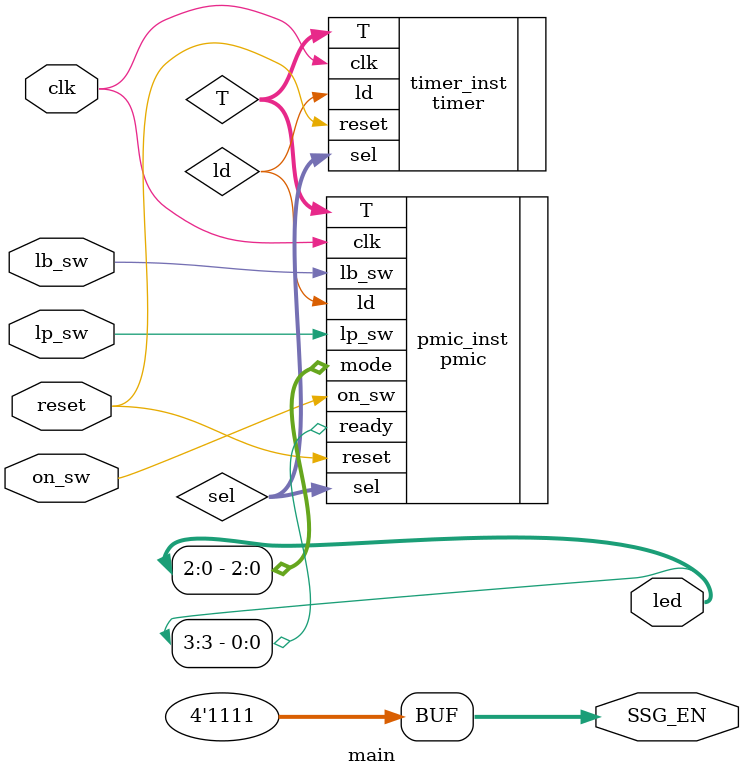
<source format=v>
`timescale 1ns / 1ps

module main(
    input clk,
    input reset,
    input on_sw,
    input lb_sw,
    input lp_sw,
    output [3:0] led,
    output [3:0] SSG_EN
    );
    
    wire [4:0] sel;
    wire [4:0] T;
    wire ld;
    
    pmic pmic_inst(
        .clk    (clk),
        .reset  (reset),
        .on_sw  (on_sw),
        .lb_sw  (lb_sw),
        .lp_sw  (lp_sw),
        .T      (T),
        .sel    (sel),
        .ld     (ld),
        .mode   (led[2:0]),
        .ready  (led[3])
    );
    
    timer timer_inst(
        .clk    (clk),
        .reset  (reset),
        .ld     (ld),
        .sel    (sel),
        .T      (T)
    );
    
    assign SSG_EN  =   4'b1111;   // disable the 7-segment LEDs
    
endmodule

</source>
